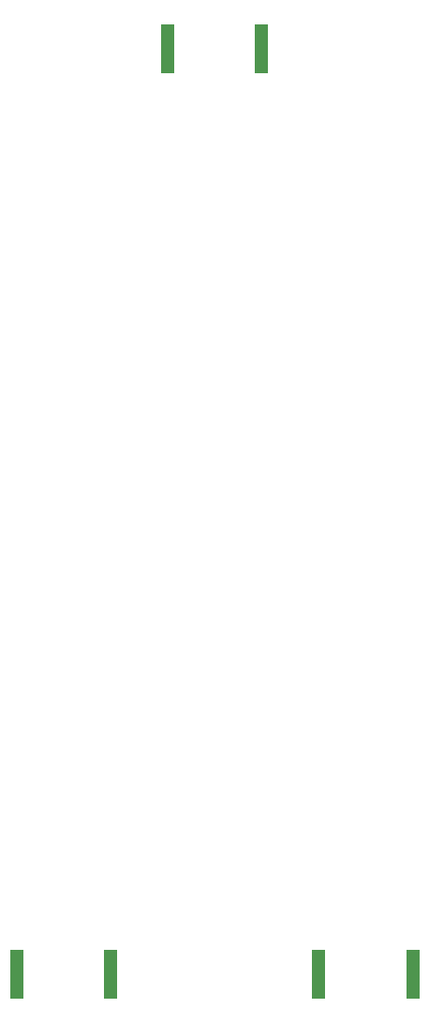
<source format=gbr>
G04 DipTrace 3.3.1.3*
G04 BottomPaste.gbr*
%MOIN*%
G04 #@! TF.FileFunction,Paste,Bot*
G04 #@! TF.Part,Single*
%ADD41R,0.04527X0.177947*%
%FSLAX26Y26*%
G04*
G70*
G90*
G75*
G01*
G04 BotPaste*
%LPD*%
D41*
X2654318Y526259D3*
X2988964D3*
X2451464Y3813759D3*
X2116818D3*
X1579318Y526259D3*
X1913964D3*
M02*

</source>
